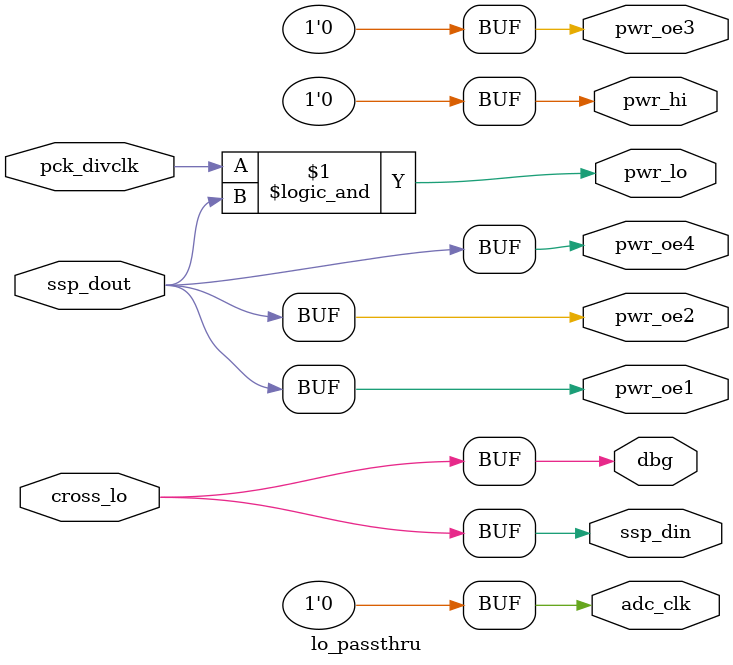
<source format=v>

module lo_passthru(
	input pck_divclk,
	output pwr_lo, output pwr_hi,
	output pwr_oe1, output pwr_oe2, output pwr_oe3, output pwr_oe4,
	output adc_clk,
	output ssp_din, input ssp_dout,
	input cross_lo,
	output dbg
);

// the antenna is modulated when ssp_dout = 1, when 0 the
// antenna drivers stop modulating and go into listen mode
assign pwr_oe3 = 1'b0;
assign pwr_oe1 = ssp_dout;
assign pwr_oe2 = ssp_dout;
assign pwr_oe4 = ssp_dout;
assign pwr_lo = pck_divclk && ssp_dout;
assign pwr_hi = 1'b0;
assign adc_clk = 1'b0;
assign ssp_din = cross_lo;
assign dbg = cross_lo;

endmodule

</source>
